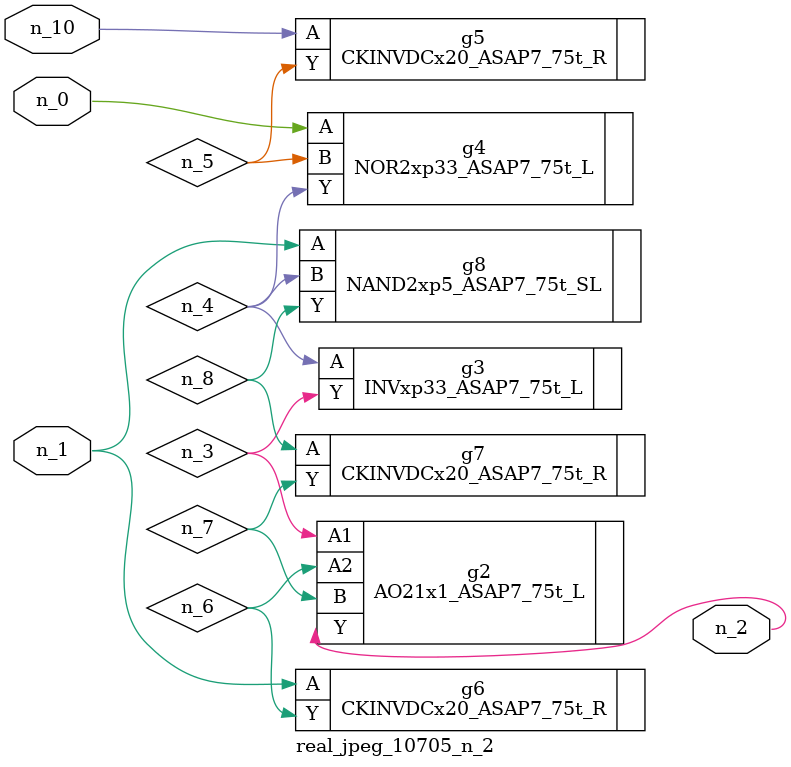
<source format=v>
module real_jpeg_10705_n_2 (n_1, n_10, n_0, n_2);

input n_1;
input n_10;
input n_0;

output n_2;

wire n_5;
wire n_4;
wire n_8;
wire n_6;
wire n_7;
wire n_3;

NOR2xp33_ASAP7_75t_L g4 ( 
.A(n_0),
.B(n_5),
.Y(n_4)
);

CKINVDCx20_ASAP7_75t_R g6 ( 
.A(n_1),
.Y(n_6)
);

NAND2xp5_ASAP7_75t_SL g8 ( 
.A(n_1),
.B(n_4),
.Y(n_8)
);

AO21x1_ASAP7_75t_L g2 ( 
.A1(n_3),
.A2(n_6),
.B(n_7),
.Y(n_2)
);

INVxp33_ASAP7_75t_L g3 ( 
.A(n_4),
.Y(n_3)
);

CKINVDCx20_ASAP7_75t_R g7 ( 
.A(n_8),
.Y(n_7)
);

CKINVDCx20_ASAP7_75t_R g5 ( 
.A(n_10),
.Y(n_5)
);


endmodule
</source>
